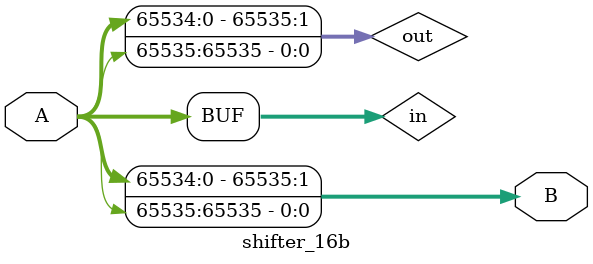
<source format=v>


module shifter_16b(
	A,
	B
);


input wire	[65535:0] A;
output wire	[65535:0] B;

wire	[65535:0] in;
wire	[65535:0] out;




assign	out[65535:1] = in[65534:0];


assign	out[0] = in[65535];


assign	B = out;
assign	in = A;

endmodule

</source>
